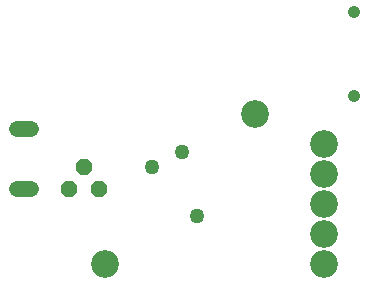
<source format=gbs>
G75*
G70*
%OFA0B0*%
%FSLAX24Y24*%
%IPPOS*%
%LPD*%
%AMOC8*
5,1,8,0,0,1.08239X$1,22.5*
%
%ADD10C,0.0926*%
%ADD11C,0.0540*%
%ADD12OC8,0.0540*%
%ADD13C,0.0920*%
%ADD14C,0.0414*%
%ADD15C,0.0496*%
D10*
X004869Y002181D03*
X009869Y007181D03*
D11*
X002421Y006681D02*
X001941Y006681D01*
X001941Y004681D02*
X002421Y004681D01*
D12*
X003681Y004681D03*
X004181Y005431D03*
X004681Y004681D03*
D13*
X012181Y004181D03*
X012181Y005181D03*
X012181Y006181D03*
X012181Y003181D03*
X012181Y002181D03*
D14*
X013181Y007784D03*
X013181Y010579D03*
D15*
X007431Y005931D03*
X006431Y005431D03*
X007931Y003806D03*
M02*

</source>
